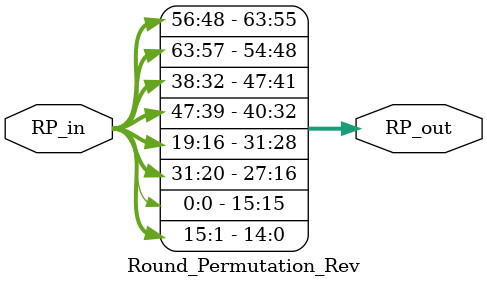
<source format=v>
`timescale 1ns / 1ps

module Round_Permutation_Rev(
    input  [63:0] RP_in,
    output [63:0] RP_out
);


assign RP_out[15:0]  = {RP_in[0], RP_in[15:1]};
assign RP_out[31:16] = {RP_in[19:16], RP_in[31:20]};
assign RP_out[47:32] = {RP_in[38:32], RP_in[47:39]};
assign RP_out[63:48] = {RP_in[56:48], RP_in[63:57]};





endmodule
</source>
